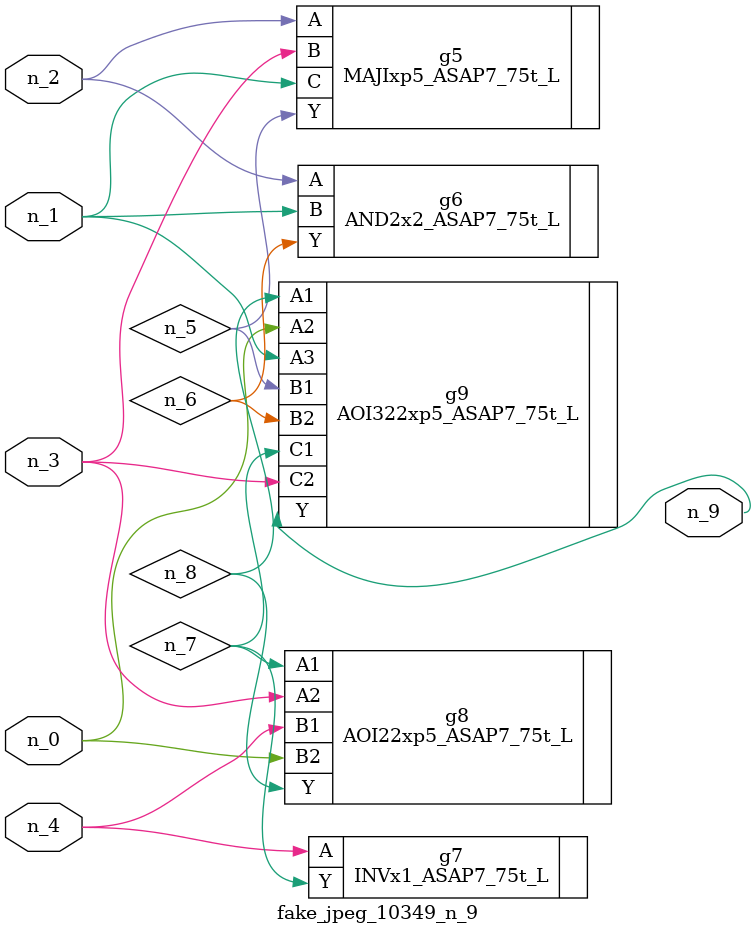
<source format=v>
module fake_jpeg_10349_n_9 (n_3, n_2, n_1, n_0, n_4, n_9);

input n_3;
input n_2;
input n_1;
input n_0;
input n_4;

output n_9;

wire n_8;
wire n_6;
wire n_5;
wire n_7;

MAJIxp5_ASAP7_75t_L g5 ( 
.A(n_2),
.B(n_3),
.C(n_1),
.Y(n_5)
);

AND2x2_ASAP7_75t_L g6 ( 
.A(n_2),
.B(n_1),
.Y(n_6)
);

INVx1_ASAP7_75t_L g7 ( 
.A(n_4),
.Y(n_7)
);

AOI22xp5_ASAP7_75t_L g8 ( 
.A1(n_7),
.A2(n_3),
.B1(n_4),
.B2(n_0),
.Y(n_8)
);

AOI322xp5_ASAP7_75t_L g9 ( 
.A1(n_8),
.A2(n_0),
.A3(n_1),
.B1(n_5),
.B2(n_6),
.C1(n_7),
.C2(n_3),
.Y(n_9)
);


endmodule
</source>
